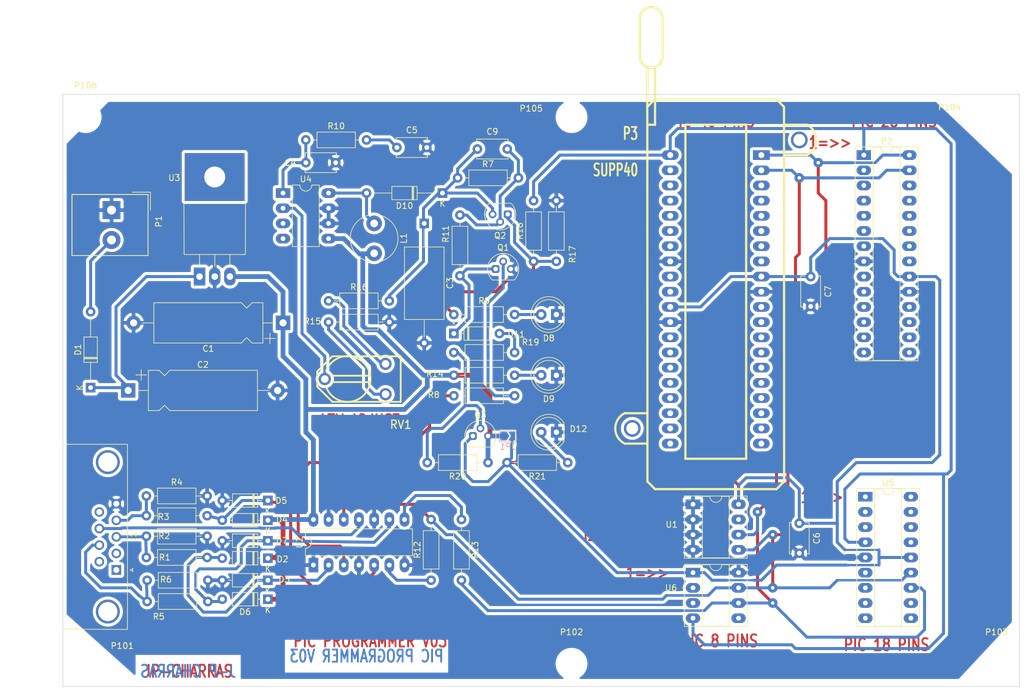
<source format=kicad_pcb>
(kicad_pcb (version 20211014) (generator pcbnew)
  (title_block (title "SERIAL PIC PROGRAMMER"))
  (layers (0 "F.Cu" signal "top_layer") (31 "B.Cu" signal "bottom_layer") (34 "B.Paste" user) (35 "F.Paste" user) (36 "B.SilkS" user "B.Silkscreen") (37 "F.SilkS" user "F.Silkscreen") (38 "B.Mask" user) (39 "F.Mask" user) (44 "Edge.Cuts" user))
  (net 0 "")
  (net 1 "/PC-CLOCK-OUT")
  (net 2 "GND")
  (net 3 "Net-(C2-Pad1)")
  (net 4 "Net-(C4-Pad1)")
  (net 5 "Net-(C5-Pad1)")
  (net 6 "Net-(C9-Pad2)")
  (net 7 "Net-(D11-Pad1)")
  (net 8 "Net-(D11-Pad2)")
  (net 9 "Net-(Q1-Pad2)")
  (net 10 "Net-(Q3-Pad2)")
  (net 11 "Net-(R12-Pad1)")
  (net 12 "Net-(R13-Pad1)")
  (net 13 "Net-(R15-Pad1)")
  (net 14 "Net-(R16-Pad1)")
  (net 15 "Net-(R8-Pad1)")
  (net 16 "Net-(RV1-Pad2)")
  (net 17 "VCC")
  (net 18 "VPP")
  (net 19 "Net-(D1-Pad2)")
  (net 20 "Net-(D4-Pad2)")
  (net 21 "Net-(D8-Pad2)")
  (net 22 "Net-(D9-Pad2)")
  (net 23 "Net-(D12-Pad2)")
  (net 24 "/pic_sockets/VCC_PIC")
  (net 25 "/CLOCK-RB6")
  (net 26 "/DATA-RB7")
  (net 27 "Net-(D2-Pad2)")
  (net 28 "Net-(D6-Pad2)")
  (net 29 "Net-(D10-Pad2)")
  (net 31 "/PC-DATA-IN")
  (net 32 "/PC-DATA-OUT")
  (net 33 "/VPP_ON")
  (net 34 "Net-(Q2-Pad1)")
  (net 38 "/VPP{slash}MCLR")
  (footprint "Capacitor_THT:CP_Axial_L18.0mm_D6.5mm_P25.00mm_Horizontal" (layer "F.Cu") (at 110.49 78.867 180)
    (fp_text reference "C1")
    (fp_text value "100µF")
  )
  (footprint "Capacitor_THT:CP_Axial_L18.0mm_D6.5mm_P25.00mm_Horizontal" (layer "F.Cu") (at 84.582 90.17)
    (fp_text reference "C2")
    (fp_text value "220uF")
  )
  (footprint "MountingHole:MountingHole_4.3mm_M4" (layer "F.Cu") (at 77.47 135.89)
    (fp_text reference "P101")
    (fp_text value "CONN_1")
  )
  (footprint "MountingHole:MountingHole_4.3mm_M4" (layer "F.Cu") (at 158.75 135.89)
    (fp_text reference "P102")
    (fp_text value "CONN_1")
  )
  (footprint "MountingHole:MountingHole_4.3mm_M4" (layer "F.Cu") (at 229.87 135.89)
    (fp_text reference "P103")
    (fp_text value "CONN_1")
  )
  (footprint "MountingHole:MountingHole_4.3mm_M4" (layer "F.Cu") (at 229.87 44.45)
    (fp_text reference "P104")
    (fp_text value "CONN_1")
  )
  (footprint "MountingHole:MountingHole_4.3mm_M4" (layer "F.Cu") (at 158.75 44.45)
    (fp_text reference "P105")
    (fp_text value "CONN_1")
  )
  (footprint "MountingHole:MountingHole_4.3mm_M4" (layer "F.Cu") (at 77.47 44.45)
    (fp_text reference "P106")
    (fp_text value "CONN_1")
  )
  (footprint "footprints:40tex-Ell600" (layer "F.Cu") (at 175.26 50.8)
    (fp_text reference "P3")
    (fp_text value "SUPP40")
  )
  (footprint "Package_DIP:DIP-8_W7.62mm_Socket_LongPads" (layer "F.Cu") (at 179.07 120.65)
    (fp_text reference "U6")
    (fp_text value "PIC_8_PINS")
  )
  (footprint "Package_DIP:DIP-8_W7.62mm_Socket_LongPads" (layer "F.Cu") (at 179.07 109.22)
    (fp_text reference "U1")
    (fp_text value "24Cxx")
  )
  (footprint "Package_DIP:DIP-8_W7.62mm_LongPads" (layer "F.Cu") (at 110.49 57.15)
    (fp_text reference "U4")
    (fp_text value "LT1373")
  )
  (footprint "Package_DIP:DIP-28_W7.62mm_Socket_LongPads" (layer "F.Cu") (at 207.645 50.8)
    (fp_text reference "P2")
    (fp_text value "SUPP28")
  )
  (footprint "Package_DIP:DIP-18_W7.62mm_Socket_LongPads" (layer "F.Cu") (at 207.899 107.95)
    (fp_text reference "U5")
    (fp_text value "PIC_18_PINS")
  )
  (footprint "Package_DIP:DIP-14_W7.62mm_LongPads" (layer "F.Cu") (at 115.57 119.38 90)
    (fp_text reference "U2")
    (fp_text value "74HC125")
  )
  (footprint "Diode_THT:D_DO-35_SOD27_P7.62mm_Horizontal" (layer "F.Cu") (at 107.95 118.237 180)
    (fp_text reference "D2")
    (fp_text value "BAT43")
  )
  (footprint "Diode_THT:D_DO-35_SOD27_P7.62mm_Horizontal" (layer "F.Cu") (at 107.95 121.92 180)
    (fp_text reference "D3")
    (fp_text value "BAT43")
  )
  (footprint "Diode_THT:D_DO-35_SOD27_P7.62mm_Horizontal" (layer "F.Cu") (at 107.95 111.887 180)
    (fp_text reference "D4")
    (fp_text value "BAT43")
  )
  (footprint "Diode_THT:D_DO-35_SOD27_P7.62mm_Horizontal" (layer "F.Cu") (at 107.95 108.585 180)
    (fp_text reference "D5")
    (fp_text value "BAT43")
  )
  (footprint "Diode_THT:D_DO-35_SOD27_P7.62mm_Horizontal" (layer "F.Cu") (at 139.065 80.645)
    (fp_text reference "D11")
    (fp_text value "BAT43")
  )
  (footprint "Diode_THT:D_DO-35_SOD27_P7.62mm_Horizontal" (layer "F.Cu") (at 107.95 115.316 180)
    (fp_text reference "D7")
    (fp_text value "BAT43")
  )
  (footprint "Diode_THT:D_DO-35_SOD27_P7.62mm_Horizontal" (layer "F.Cu") (at 107.95 125.095 180)
    (fp_text reference "D6")
    (fp_text value "BAT43")
  )
  (footprint "Connector_Dsub:DSUB-9_Female_Horizontal_P2.77x2.84mm_EdgePinOffset7.70mm_Housed_MountingHolesOffset9.12mm" (layer "F.Cu") (at 82.6 120.2 -90)
    (fp_text reference "J1")
    (fp_text value "DB9-FEMAL")
  )
  (footprint "Package_TO_SOT_THT:TO-92" (layer "F.Cu") (at 142.24 97.79)
    (fp_text reference "Q3")
    (fp_text value "BC307")
  )
  (footprint "Package_TO_SOT_THT:TO-92" (layer "F.Cu") (at 148.082 60.706 180)
    (fp_text reference "Q2")
    (fp_text value "BC307")
  )
  (footprint "Package_TO_SOT_THT:TO-92" (layer "F.Cu") (at 146.05 69.85)
    (fp_text reference "Q1")
    (fp_text value "BC237")
  )
  (footprint "Resistor_THT:R_Axial_DIN0207_L6.3mm_D2.5mm_P10.16mm_Horizontal" (layer "F.Cu") (at 152.4 68.58 90)
    (fp_text reference "R18")
    (fp_text value "220")
  )
  (footprint "Resistor_THT:R_Axial_DIN0207_L6.3mm_D2.5mm_P10.16mm_Horizontal" (layer "F.Cu") (at 114.3 48.26)
    (fp_text reference "R10")
    (fp_text value "5,1K")
  )
  (footprint "Resistor_THT:R_Axial_DIN0207_L6.3mm_D2.5mm_P10.16mm_Horizontal" (layer "F.Cu") (at 139.065 77.47)
    (fp_text reference "R9")
    (fp_text value "2.2K")
  )
  (footprint "Resistor_THT:R_Axial_DIN0207_L6.3mm_D2.5mm_P10.16mm_Horizontal" (layer "F.Cu") (at 87.63 118.11)
    (fp_text reference "R1")
    (fp_text value "10K")
  )
  (footprint "Resistor_THT:R_Axial_DIN0207_L6.3mm_D2.5mm_P10.16mm_Horizontal" (layer "F.Cu") (at 87.63 114.554)
    (fp_text reference "R2")
    (fp_text value "10K")
  )
  (footprint "Resistor_THT:R_Axial_DIN0207_L6.3mm_D2.5mm_P10.16mm_Horizontal" (layer "F.Cu") (at 87.63 111.125)
    (fp_text reference "R3")
    (fp_text value "10K")
  )
  (footprint "Resistor_THT:R_Axial_DIN0207_L6.3mm_D2.5mm_P10.16mm_Horizontal" (layer "F.Cu") (at 87.63 107.823)
    (fp_text reference "R4")
    (fp_text value "10K")
  )
  (footprint "Resistor_THT:R_Axial_DIN0207_L6.3mm_D2.5mm_P10.16mm_Horizontal" (layer "F.Cu") (at 87.757 125.476)
    (fp_text reference "R5")
    (fp_text value "10K")
  )
  (footprint "Resistor_THT:R_Axial_DIN0207_L6.3mm_D2.5mm_P10.16mm_Horizontal" (layer "F.Cu") (at 139.7 54.61)
    (fp_text reference "R7")
    (fp_text value "10K")
  )
  (footprint "Resistor_THT:R_Axial_DIN0207_L6.3mm_D2.5mm_P10.16mm_Horizontal" (layer "F.Cu") (at 87.757 121.92)
    (fp_text reference "R6")
    (fp_text value "10K")
  )
  (footprint "Resistor_THT:R_Axial_DIN0207_L6.3mm_D2.5mm_P10.16mm_Horizontal" (layer "F.Cu") (at 158.115 102.235 180)
    (fp_text reference "R21")
    (fp_text value "470")
  )
  (footprint "Resistor_THT:R_Axial_DIN0207_L6.3mm_D2.5mm_P10.16mm_Horizontal" (layer "F.Cu") (at 144.78 102.235 180)
    (fp_text reference "R20")
    (fp_text value "2.2K")
  )
  (footprint "Resistor_THT:R_Axial_DIN0207_L6.3mm_D2.5mm_P10.16mm_Horizontal" (layer "F.Cu") (at 149.225 83.82 180)
    (fp_text reference "R19")
    (fp_text value "2.2K")
  )
  (footprint "Resistor_THT:R_Axial_DIN0207_L6.3mm_D2.5mm_P10.16mm_Horizontal" (layer "F.Cu") (at 156.21 68.58 90)
    (fp_text reference "R17")
    (fp_text value "22K")
  )
  (footprint "Resistor_THT:R_Axial_DIN0207_L6.3mm_D2.5mm_P10.16mm_Horizontal" (layer "F.Cu") (at 118.11 75.184)
    (fp_text reference "R16")
    (fp_text value "62K")
  )
  (footprint "Resistor_THT:R_Axial_DIN0207_L6.3mm_D2.5mm_P10.16mm_Horizontal" (layer "F.Cu") (at 118.11 78.74)
    (fp_text reference "R15")
    (fp_text value "6.2K")
  )
  (footprint "Resistor_THT:R_Axial_DIN0207_L6.3mm_D2.5mm_P10.16mm_Horizontal" (layer "F.Cu") (at 139.065 87.63)
    (fp_text reference "R14")
    (fp_text value "470")
  )
  (footprint "Resistor_THT:R_Axial_DIN0207_L6.3mm_D2.5mm_P10.16mm_Horizontal" (layer "F.Cu") (at 140.335 111.76 -90)
    (fp_text reference "R13")
    (fp_text value "470")
  )
  (footprint "Resistor_THT:R_Axial_DIN0207_L6.3mm_D2.5mm_P10.16mm_Horizontal" (layer "F.Cu") (at 139.065 91.059)
    (fp_text reference "R8")
    (fp_text value "1K")
  )
  (footprint "Resistor_THT:R_Axial_DIN0207_L6.3mm_D2.5mm_P10.16mm_Horizontal" (layer "F.Cu") (at 135.255 121.92 90)
    (fp_text reference "R12")
    (fp_text value "470")
  )
  (footprint "LED_THT:LED_D5.0mm" (layer "F.Cu") (at 156.21 77.47 180)
    (fp_text reference "D8")
    (fp_text value "RED-LED")
  )
  (footprint "LED_THT:LED_D5.0mm" (layer "F.Cu") (at 156.21 87.63 180)
    (fp_text reference "D9")
    (fp_text value "GREEN-LED")
  )
  (footprint "LED_THT:LED_D5.0mm" (layer "F.Cu") (at 156.21 97.155 180)
    (fp_text reference "D12")
    (fp_text value "YELLOW-LED")
  )
  (footprint "Capacitor_THT:C_Disc_D5.1mm_W3.2mm_P5.00mm" (layer "F.Cu") (at 114.3 52.07)
    (fp_text reference "C4")
    (fp_text value "0")
  )
  (footprint "Capacitor_THT:C_Disc_D5.1mm_W3.2mm_P5.00mm" (layer "F.Cu") (at 129.54 49.53)
    (fp_text reference "C5")
    (fp_text value "10nF")
  )
  (footprint "Capacitor_THT:C_Disc_D5.1mm_W3.2mm_P5.00mm" (layer "F.Cu") (at 198.755 71.12 -90)
    (fp_text reference "C7")
    (fp_text value "100nF")
  )
  (footprint "Capacitor_THT:C_Disc_D5.1mm_W3.2mm_P5.00mm" (layer "F.Cu") (at 143.002 49.784)
    (fp_text reference "C9")
    (fp_text value "220nF")
  )
  (footprint "Capacitor_THT:C_Disc_D5.1mm_W3.2mm_P5.00mm" (layer "F.Cu") (at 196.85 112.395 -90)
    (fp_text reference "C6")
    (fp_text value "100nF")
  )
  (footprint "Diode_THT:D_DO-35_SOD27_P12.70mm_Horizontal" (layer "F.Cu") (at 137.16 57.15 180)
    (fp_text reference "D10")
    (fp_text value "SCHOTTKY")
  )
  (footprint "footprints:RV2X4" (layer "F.Cu") (at 127.635 90.805 180)
    (fp_text reference "RV1")
    (fp_text value "1K")
  )
  (footprint "TerminalBlock_Altech:Altech_AK300_1x02_P5.00mm_45-Degree" (layer "F.Cu") (at 81.8 60 -90)
    (fp_text reference "P1")
    (fp_text value "CONN_2")
  )
  (footprint "Package_TO_SOT_THT:TO-220-3_Horizontal_TabDown" (layer "F.Cu") (at 96.52 71.12)
    (fp_text reference "U3")
    (fp_text value "7805")
  )
  (footprint "Resistor_THT:R_Axial_DIN0207_L6.3mm_D2.5mm_P10.16mm_Horizontal" (layer "F.Cu") (at 140.081 70.993 90)
    (fp_text reference "R11")
    (fp_text value "22K")
  )
  (footprint "Capacitors_THT:C_Axial_L12.0mm_D6.5mm_P20.00mm_Horizontal" (layer "F.Cu") (at 134.112 62.23 -90)
    (fp_text reference "C3")
    (fp_text value "22uF/25V")
  )
  (footprint "Inductor_THT:L_Radial_D7.8mm_P5.00mm_Fastron_07HCP" (layer "F.Cu") (at 125.73 62.23 -90)
    (fp_text reference "L1")
    (fp_text value "22uH")
  )
  (footprint "Diode_THT:D_DO-35_SOD27_P12.70mm_Horizontal" (layer "F.Cu") (at 78.3 89.7 90)
    (fp_text reference "D1")
    (fp_text value "1N4004")
  )
  (footprint "Jumper:SolderJumper-2_P1.3mm_Open_TrianglePad1.0x1.5mm" (layer "B.Cu") (at 148.082 97.79)
    (fp_text reference "JP1")
    (fp_text value "JUMPER")
  )
  (gr_line (start 73.66 139.7) (end 73.66 40.64) (layer "Edge.Cuts") (width 0.1))
  (gr_line (start 173.99 40.64) (end 233.68 40.64) (layer "Edge.Cuts") (width 0.1))
  (gr_line (start 73.66 40.64) (end 173.99 40.64) (layer "Edge.Cuts") (width 0.1))
  (gr_line (start 233.68 139.7) (end 73.66 139.7) (layer "Edge.Cuts") (width 0.1))
  (gr_line (start 233.68 40.64) (end 233.68 139.7) (layer "Edge.Cuts") (width 0.1))
  (gr_text "+8/12V" (at 81.5 55.5) (layer "F.Cu") (effects (font (size 2.032 1.524) (thickness 0.3048))))
  (gr_text "VCC ON" (at 162.9 99.1) (layer "F.Cu") (effects (font (size 2.032 1.524) (thickness 0.3048))))
  (gr_text "JP-CHARRAS" (at 94.615 137.16) (layer "F.Cu") (effects (font (size 2.032 1.524) (thickness 0.3048))))
  (gr_text "1=>>" (at 167.64 48.895) (layer "F.Cu") (effects (font (size 2.032 1.524) (thickness 0.3048))))
  (gr_text "PWR ON" (at 163.83 88.9) (layer "F.Cu") (effects (font (size 2.032 1.524) (thickness 0.3048))))
  (gr_text "PIC PROGRAMMER V03" (at 125.095 132.08) (layer "F.Cu") (effects (font (size 2.032 1.524) (thickness 0.3048))))
  (gr_text "1=>>" (at 200.66 107.95) (layer "F.Cu") (effects (font (size 2.032 1.524) (thickness 0.3048))))
  (gr_text "PIC 18 PINS" (at 211.455 132.715) (layer "F.Cu") (effects (font (size 2.032 1.524) (thickness 0.3048))))
  (gr_text "I2C PROM" (at 166.37 114.3) (layer "F.Cu") (effects (font (size 2.032 1.524) (thickness 0.3048))))
  (gr_text "VPP ON" (at 163.195 80.645) (layer "F.Cu") (effects (font (size 2.032 1.524) (thickness 0.3048))))
  (gr_text "1=>>" (at 171.45 109.22) (layer "F.Cu") (effects (font (size 2.032 1.524) (thickness 0.3048))))
  (gr_text "13V ADJUST" (at 123.19 95.25) (layer "F.Cu") (effects (font (size 2.032 1.524) (thickness 0.3048))))
  (gr_text "PIC 8 PINS" (at 183.515 132.08) (layer "F.Cu") (effects (font (size 2.032 1.524) (thickness 0.3048))))
  (gr_text "PIC 28 PINS" (at 212.725 45.085) (layer "F.Cu") (effects (font (size 2.032 1.524) (thickness 0.3048))))
  (gr_text "1=>>" (at 171.45 120.65) (layer "F.Cu") (effects (font (size 2.032 1.524) (thickness 0.3048))))
  (gr_text "PIC 40 PINS" (at 182.245 45.085) (layer "F.Cu") (effects (font (size 2.032 1.524) (thickness 0.3048))))
  (gr_text "1=>>" (at 202 48.7) (layer "F.Cu") (effects (font (size 2.032 1.524) (thickness 0.3048))))
  (gr_text "J-P CHARRAS" (at 94.615 137.16) (layer "B.Cu") (effects (font (size 2.032 1.524) (thickness 0.3048)) (justify mirror)))
  (gr_text "PIC PROGRAMMER V03" (at 124.46 134.62) (layer "B.Cu") (effects (font (size 2.032 1.524) (thickness 0.3048)) (justify mirror)))
  (segment (start 85.09 123.19) (end 86.36 124.46) (width 0.5) (layer "B.Cu") (net 1))
  (segment (start 77.47 117.475) (end 77.47 120.65) (width 0.5) (layer "B.Cu") (net 1))
  (segment (start 78.62863 116.045) (end 77.47 117.20363) (width 0.5) (layer "B.Cu") (net 1))
  (segment (start 86.36 124.46) (end 87.757 125.476) (width 0.5) (layer "B.Cu") (net 1))
  (segment (start 80.01 123.19) (end 85.09 123.19) (width 0.5) (layer "B.Cu") (net 1))
  (segment (start 87.757 125.476) (end 87.63 121.92) (width 0.5) (layer "B.Cu") (net 1))
  (segment (start 79.76 116.045) (end 78.62863 116.045) (width 0.5) (layer "B.Cu") (net 1))
  (segment (start 77.47 120.65) (end 80.01 123.19) (width 0.5) (layer "B.Cu") (net 1))
  (segment (start 77.47 117.20363) (end 77.47 117.475) (width 0.5) (layer "B.Cu") (net 1))
  (segment (start 82.55 76.2) (end 87.63 71.12) (width 0.5) (layer "B.Cu") (net 3))
  (segment (start 84.112 89.7) (end 84.582 90.17) (width 0.5) (layer "B.Cu") (net 3))
  (segment (start 84.455 89.535) (end 82.55 87.63) (width 0.5) (layer "B.Cu") (net 3))
  (segment (start 78.3 89.7) (end 84.112 89.7) (width 0.5) (layer "B.Cu") (net 3))
  (segment (start 87.63 71.12) (end 96.52 71.12) (width 0.5) (layer "B.Cu") (net 3))
  (segment (start 82.55 87.63) (end 82.55 76.2) (width 0.5) (layer "B.Cu") (net 3))
  (segment (start 84.455 90.17) (end 84.455 89.535) (width 0.5) (layer "B.Cu") (net 3))
  (segment (start 114.3 48.26) (end 114.3 52.07) (width 0.5) (layer "B.Cu") (net 4))
  (segment (start 110.49 57.15) (end 110.49 53.34) (width 0.5) (layer "B.Cu") (net 4))
  (segment (start 110.49 53.34) (end 111.76 52.07) (width 0.5) (layer "B.Cu") (net 4))
  (segment (start 111.76 52.07) (end 114.3 52.07) (width 0.5) (layer "B.Cu") (net 4))
  (segment (start 124.46 48.26) (end 128.27 48.26) (width 0.5) (layer "B.Cu") (net 5))
  (segment (start 128.27 48.26) (end 129.54 49.53) (width 0.5) (layer "B.Cu") (net 5))
  (segment (start 149.86 51.642) (end 149.86 54.61) (width 0.5) (layer "B.Cu") (net 6))
  (segment (start 141.21237 60.833) (end 142.855369 62.475999) (width 0.5) (layer "B.Cu") (net 6))
  (segment (start 146.312001 62.475999) (end 146.812 61.976) (width 0.5) (layer "B.Cu") (net 6))
  (segment (start 146.812 57.658) (end 149.86 54.61) (width 0.5) (layer "B.Cu") (net 6))
  (segment (start 148.002 49.784) (end 149.86 51.642) (width 0.5) (layer "B.Cu") (net 6))
  (segment (start 146.812 61.976) (end 146.812 57.658) (width 0.5) (layer "B.Cu") (net 6))
  (segment (start 140.081 60.833) (end 141.21237 60.833) (width 0.5) (layer "B.Cu") (net 6))
  (segment (start 142.855369 62.475999) (end 146.312001 62.475999) (width 0.5) (layer "B.Cu") (net 6))
  (segment (start 141.605 72.517) (end 140.081 70.993) (width 0.5) (layer "B.Cu") (net 7))
  (segment (start 141.605 78.105) (end 141.605 72.517) (width 0.5) (layer "B.Cu") (net 7))
  (segment (start 141.224 69.85) (end 146.05 69.85) (width 0.5) (layer "B.Cu") (net 7))
  (segment (start 140.081 70.993) (end 141.224 69.85) (width 0.5) (layer "B.Cu") (net 7))
  (segment (start 139.065 80.645) (end 141.605 78.105) (width 0.5) (layer "B.Cu") (net 7))
  (segment (start 146.685 80.645) (end 148.59 80.645) (width 0.5) (layer "B.Cu") (net 8))
  (segment (start 148.59 80.645) (end 149.225 81.28) (width 0.5) (layer "B.Cu") (net 8))
  (segment (start 149.225 81.28) (end 149.225 83.82) (width 0.5) (layer "B.Cu") (net 8))
  (segment (start 145.923 91.059) (end 144.78 89.916) (width 0.5) (layer "B.Cu") (net 9))
  (segment (start 147.32 71.12) (end 147.32 68.58) (width 0.5) (layer "B.Cu") (net 9))
  (segment (start 147.32 73.025) (end 147.32 71.12) (width 0.5) (layer "B.Cu") (net 9))
  (segment (start 144.78 89.916) (end 144.78 75.565) (width 0.5) (layer "B.Cu") (net 9))
  (segment (start 144.78 75.565) (end 147.32 73.025) (width 0.5) (layer "B.Cu") (net 9))
  (segment (start 149.225 91.059) (end 145.923 91.059) (width 0.5) (layer "B.Cu") (net 9))
  (segment (start 135.255 96.52) (end 137.16 96.52) (width 0.5) (layer "B.Cu") (net 10))
  (segment (start 135.255 96.52) (end 134.62 97.155) (width 0.5) (layer "B.Cu") (net 10))
  (segment (start 143.51 93.345) (end 143.51 96.52) (width 0.5) (layer "B.Cu") (net 10))
  (segment (start 142.875 92.71) (end 143.51 93.345) (width 0.5) (layer "B.Cu") (net 10))
  (segment (start 134.62 97.155) (end 134.62 102.235) (width 0.5) (layer "B.Cu") (net 10))
  (segment (start 140.97 85.09) (end 139.7 83.82) (width 0.5) (layer "B.Cu") (net 10))
  (segment (start 140.97 85.09) (end 140.97 92.71) (width 0.5) (layer "B.Cu") (net 10))
  (segment (start 137.16 96.52) (end 140.97 92.71) (width 0.5) (layer "B.Cu") (net 10))
  (segment (start 139.7 83.82) (end 139.065 83.82) (width 0.5) (layer "B.Cu") (net 10))
  (segment (start 140.97 92.71) (end 142.875 92.71) (width 0.5) (layer "B.Cu") (net 10))
  (segment (start 128.27 119.38) (end 128.27 120.65) (width 0.5) (layer "B.Cu") (net 11))
  (segment (start 128.27 120.65) (end 129.54 121.92) (width 0.5) (layer "B.Cu") (net 11))
  (segment (start 129.54 121.92) (end 135.255 121.92) (width 0.5) (layer "B.Cu") (net 11))
  (segment (start 130.81 109.6264) (end 132.6896 107.7468) (width 0.5) (layer "B.Cu") (net 12))
  (segment (start 132.6896 107.7468) (end 138.4046 107.7468) (width 0.5) (layer "B.Cu") (net 12))
  (segment (start 138.4046 107.7468) (end 140.335 109.6772) (width 0.5) (layer "B.Cu") (net 12))
  (segment (start 140.335 109.6772) (end 140.335 111.76) (width 0.5) (layer "B.Cu") (net 12))
  (segment (start 130.81 111.76) (end 130.81 109.6264) (width 0.5) (layer "B.Cu") (net 12))
  (segment (start 118.11 80.01) (end 124.46 86.36) (width 0.5) (layer "B.Cu") (net 13))
  (segment (start 124.46 86.36) (end 124.46 89.535) (width 0.5) (layer "B.Cu") (net 13))
  (segment (start 125.73 90.805) (end 127.635 90.805) (width 0.5) (layer "B.Cu") (net 13))
  (segment (start 118.11 78.74) (end 118.11 80.01) (width 0.5) (layer "B.Cu") (net 13))
  (segment (start 124.46 89.535) (end 125.73 90.805) (width 0.5) (layer "B.Cu") (net 13))
  (segment (start 119.634 75.184) (end 120.65 76.2) (width 0.5) (layer "B.Cu") (net 14))
  (segment (start 120.65 79.375) (end 127 85.725) (width 0.5) (layer "B.Cu") (net 14))
  (segment (start 127 85.725) (end 127.635 85.725) (width 0.5) (layer "B.Cu") (net 14))
  (segment (start 118.11 75.184) (end 119.634 75.184) (width 0.5) (layer "B.Cu") (net 14))
  (segment (start 120.65 76.2) (end 120.65 79.375) (width 0.5) (layer "B.Cu") (net 14))
  (segment (start 135.001 96.266) (end 135.001 92.456) (width 0.5) (layer "F.Cu") (net 15))
  (segment (start 120.015 116.205) (end 114.935 116.205) (width 0.5) (layer "F.Cu") (net 15))
  (segment (start 114.935 102.235) (end 129.032 102.235) (width 0.5) (layer "F.Cu") (net 15))
  (segment (start 129.032 102.235) (end 135.001 96.266) (width 0.5) (layer "F.Cu") (net 15))
  (segment (start 136.398 91.059) (end 139.065 91.059) (width 0.5) (layer "F.Cu") (net 15))
  (segment (start 135.001 92.456) (end 136.398 91.059) (width 0.5) (layer "F.Cu") (net 15))
  (segment (start 113.03 104.14) (end 114.935 102.235) (width 0.5) (layer "F.Cu") (net 15))
  (segment (start 113.03 114.3) (end 113.03 104.14) (width 0.5) (layer "F.Cu") (net 15))
  (segment (start 120.65 116.84) (end 120.015 116.205) (width 0.5) (layer "F.Cu") (net 15))
  (segment (start 114.935 116.205) (end 113.03 114.3) (width 0.5) (layer "F.Cu") (net 15))
  (segment (start 120.65 119.38) (end 120.65 116.84) (width 0.5) (layer "F.Cu") (net 15))
  (segment (start 112.395 59.69) (end 113.665 60.96) (width 0.5) (layer "B.Cu") (net 16))
  (segment (start 110.49 59.69) (end 112.395 59.69) (width 0.5) (layer "B.Cu") (net 16))
  (segment (start 113.665 60.96) (end 113.665 80.645) (width 0.5) (layer "B.Cu") (net 16))
  (segment (start 117.475 84.455) (end 117.475 88.265) (width 0.5) (layer "B.Cu") (net 16))
  (segment (start 113.665 80.645) (end 117.475 84.455) (width 0.5) (layer "B.Cu") (net 16))
  (segment (start 110.49 124.155) (end 110.49 119.38) (width 0.8) (layer "F.Cu") (net 17))
  (segment (start 145.1 97.47) (end 144.78 97.79) (width 0.8) (layer "F.Cu") (net 17))
  (segment (start 141.986 87.63) (end 145.1 90.744) (width 0.8) (layer "F.Cu") (net 17))
  (segment (start 109.55 125.095) (end 110.49 124.155) (width 0.8) (layer "F.Cu") (net 17))
  (segment (start 145.1 90.744) (end 145.1 97.47) (width 0.8) (layer "F.Cu") (net 17))
  (segment (start 110.49 119.38) (end 109.22 118.11) (width 0.8) (layer "F.Cu") (net 17))
  (segment (start 107.95 125.095) (end 109.55 125.095) (width 0.8) (layer "F.Cu") (net 17))
  (segment (start 109.22 118.11) (end 107.95 118.11) (width 0.8) (layer "F.Cu") (net 17))
  (segment (start 109.855 111.76) (end 110.49 112.395) (width 0.8) (layer "F.Cu") (net 17))
  (segment (start 110.49 112.395) (end 110.49 116.84) (width 0.8) (layer "F.Cu") (net 17))
  (segment (start 107.95 111.76) (end 109.855 111.76) (width 0.8) (layer "F.Cu") (net 17))
  (segment (start 139.065 87.63) (end 141.986 87.63) (width 0.8) (layer "F.Cu") (net 17))
  (segment (start 110.49 116.84) (end 109.22 118.11) (width 0.8) (layer "F.Cu") (net 17))
  (segment (start 144.78 97.79) (end 144.78 97.917) (width 0.8) (layer "B.Cu") (net 17))
  (segment (start 124.46 80.01) (end 123.825 79.375) (width 0.8) (layer "B.Cu") (net 17))
  (segment (start 134.62 87.63) (end 133.985 87.63) (width 0.8) (layer "B.Cu") (net 17))
  (segment (start 107.95 111.76) (end 115.57 111.76) (width 0.8) (layer "B.Cu") (net 17))
  (segment (start 114.3 88.265) (end 114.3 93.345) (width 0.8) (layer "B.Cu") (net 17))
  (segment (start 110.49 78.74) (end 110.49 73.66) (width 0.8) (layer "B.Cu") (net 17))
  (segment (start 110.49 73.66) (end 107.95 71.12) (width 0.8) (layer "B.Cu") (net 17))
  (segment (start 123.825 67.31) (end 123.19 67.31) (width 0.8) (layer "B.Cu") (net 17))
  (segment (start 130.81 93.345) (end 134.62 89.535) (width 0.8) (layer "B.Cu") (net 17))
  (segment (start 147.447 97.79) (end 144.78 97.79) (width 0.8) (layer "B.Cu") (net 17))
  (segment (start 114.3 93.345) (end 114.3 97.155) (width 0.8) (layer "B.Cu") (net 17))
  (segment (start 115.57 111.76) (end 115.57 104.775) (width 0.8) (layer "B.Cu") (net 17))
  (segment (start 123.825 79.375) (end 123.825 67.31) (width 0.8) (layer "B.Cu") (net 17))
  (segment (start 110.49 84.455) (end 114.3 88.265) (width 0.8) (layer "B.Cu") (net 17))
  (segment (start 125.73 67.31) (end 123.825 67.31) (width 0.8) (layer "B.Cu") (net 17))
  (segment (start 133.985 87.63) (end 126.365 80.01) (width 0.8) (layer "B.Cu") (net 17))
  (segment (start 118.11 64.77) (end 120.65 64.77) (width 0.8) (layer "B.Cu") (net 17))
  (segment (start 115.57 98.425) (end 115.57 104.775) (width 0.8) (layer "B.Cu") (net 17))
  (segment (start 126.365 80.01) (end 124.46 80.01) (width 0.8) (layer "B.Cu") (net 17))
  (segment (start 114.3 97.155) (end 115.57 98.425) (width 0.8) (layer "B.Cu") (net 17))
  (segment (start 114.3 93.345) (end 130.81 93.345) (width 0.8) (layer "B.Cu") (net 17))
  (segment (start 139.065 87.63) (end 134.62 87.63) (width 0.8) (layer "B.Cu") (net 17))
  (segment (start 110.49 78.74) (end 110.49 84.455) (width 0.8) (layer "B.Cu") (net 17))
  (segment (start 123.19 67.31) (end 120.65 64.77) (width 0.8) (layer "B.Cu") (net 17))
  (segment (start 134.62 89.535) (end 134.62 87.63) (width 0.8) (layer "B.Cu") (net 17))
  (segment (start 101.6 71.12) (end 107.95 71.12) (width 0.8) (layer "B.Cu") (net 17))
  (segment (start 144.78 102.235) (end 144.78 97.917) (width 0.8) (layer "B.Cu") (net 17))
  (segment (start 139.7 54.61) (end 139.7 53.086) (width 0.5) (layer "B.Cu") (net 18))
  (segment (start 145.542 59.706) (end 142.986 57.15) (width 0.5) (layer "B.Cu") (net 18))
  (segment (start 137.16 57.15) (end 142.748 57.15) (width 0.5) (layer "B.Cu") (net 18))
  (segment (start 136.525 57.15) (end 137.16 57.15) (width 0.5) (layer "B.Cu") (net 18))
  (segment (start 133.985 68.58) (end 128.27 74.295) (width 0.5) (layer "B.Cu") (net 18))
  (segment (start 142.986 57.15) (end 142.748 57.15) (width 0.5) (layer "B.Cu") (net 18))
  (segment (start 139.7 53.086) (end 143.002 49.784) (width 0.5) (layer "B.Cu") (net 18))
  (segment (start 136.525 57.15) (end 133.985 59.69) (width 0.5) (layer "B.Cu") (net 18))
  (segment (start 133.985 62.23) (end 133.985 68.58) (width 0.5) (layer "B.Cu") (net 18))
  (segment (start 137.16 57.15) (end 139.7 54.61) (width 0.5) (layer "B.Cu") (net 18))
  (segment (start 145.542 60.706) (end 145.542 59.706) (width 0.5) (layer "B.Cu") (net 18))
  (segment (start 133.985 62.23) (end 133.985 59.69) (width 0.5) (layer "B.Cu") (net 18))
  (segment (start 128.27 74.295) (end 128.27 75.184) (width 0.5) (layer "B.Cu") (net 18))
  (segment (start 78.3 68.5) (end 78.3 77) (width 0.5) (layer "B.Cu") (net 19))
  (segment (start 81.8 65) (end 78.3 68.5) (width 0.5) (layer "B.Cu") (net 19))
  (segment (start 111.76 119.38) (end 115.57 123.19) (width 0.5) (layer "F.Cu") (net 20))
  (segment (start 125.73 120.65) (end 125.73 119.38) (width 0.5) (layer "F.Cu") (net 20))
  (segment (start 111.76 109.855) (end 111.76 119.38) (width 0.5) (layer "F.Cu") (net 20))
  (segment (start 115.57 123.19) (end 123.19 123.19) (width 0.5) (layer "F.Cu") (net 20))
  (segment (start 107.95 108.712) (end 111.125 109.22) (width 0.5) (layer "F.Cu") (net 20))
  (segment (start 111.125 109.22) (end 111.76 109.855) (width 0.5) (layer "F.Cu") (net 20))
  (segment (start 123.19 123.19) (end 125.73 120.65) (width 0.5) (layer "F.Cu") (net 20))
  (segment (start 107.95 108.585) (end 103.632 108.585) (width 0.5) (layer "B.Cu") (net 20))
  (segment (start 100.33 111.76) (end 97.79 111.125) (width 0.5) (layer "B.Cu") (net 20))
  (segment (start 103.632 108.585) (end 100.33 111.887) (width 0.5) (layer "B.Cu") (net 20))
  (segment (start 153.67 77.47) (end 149.225 77.47) (width 0.5) (layer "B.Cu") (net 21))
  (segment (start 153.67 87.63) (end 149.225 87.63) (width 0.5) (layer "B.Cu") (net 22))
  (segment (start 153.67 97.155) (end 153.67 97.79) (width 0.5) (layer "B.Cu") (net 23))
  (segment (start 153.67 97.79) (end 158.115 102.235) (width 0.5) (layer "B.Cu") (net 23))
  (segment (start 154.305 104.775) (end 151.765 102.235) (width 0.5) (layer "F.Cu") (net 24))
  (segment (start 151.765 102.235) (end 147.955 102.235) (width 0.5) (layer "F.Cu") (net 24))
  (segment (start 185.42 104.775) (end 186.69 106.045) (width 0.5) (layer "F.Cu") (net 24))
  (segment (start 186.69 109.22) (end 186.69 106.045) (width 0.5) (layer "F.Cu") (net 24))
  (segment (start 170.18 104.775) (end 154.305 104.775) (width 0.5) (layer "F.Cu") (net 24))
  (segment (start 170.18 104.775) (end 185.42 104.775) (width 0.5) (layer "F.Cu") (net 24))
  (segment (start 184.7 121.92) (end 189.23 121.92) (width 0.35) (layer "B.Cu") (net 24))
  (segment (start 204.47 116.84) (end 210.185 116.84) (width 0.35) (layer "B.Cu") (net 24))
  (segment (start 148.717 101.473) (end 147.955 102.235) (width 0.5) (layer "B.Cu") (net 24))
  (segment (start 148.717 99.314) (end 148.717 101.473) (width 0.5) (layer "B.Cu") (net 24))
  (segment (start 206.375 102.235) (end 219.075 102.235) (width 0.5) (layer "B.Cu") (net 24))
  (segment (start 212.725 70.485) (end 213.36 71.12) (width 0.5) (layer "B.Cu") (net 24))
  (segment (start 148.807 99.224) (end 148.717 99.314) (width 0.5) (layer "B.Cu") (net 24))
  (segment (start 212.725 66.675) (end 212.725 70.485) (width 0.5) (layer "B.Cu") (net 24))
  (segment (start 204.724 119.38) (end 193.04 119.38) (width 0.5) (layer "B.Cu") (net 24))
  (segment (start 210.185 118.11) (end 210.185 116.84) (width 0.5) (layer "B.Cu") (net 24))
  (segment (start 220.345 71.755) (end 219.71 71.12) (width 0.5) (layer "B.Cu") (net 24))
  (segment (start 220.345 100.965) (end 220.345 71.755) (width 0.5) (layer "B.Cu") (net 24))
  (segment (start 204.73401 119.39001) (end 204.724 119.38) (width 0.5) (layer "B.Cu") (net 24))
  (segment (start 148.807 97.79) (end 148.807 99.224) (width 0.5) (layer "B.Cu") (net 24))
  (segment (start 179.07 120.65) (end 166.37 120.65) (width 0.5) (layer "B.Cu") (net 24))
  (segment (start 190.5 71.12) (end 198.755 71.12) (width 0.5) (layer "B.Cu") (net 24))
  (segment (start 186.69 106.045) (end 187.96 104.775) (width 0.5) (layer "B.Cu") (net 24))
  (segment (start 196.85 112.395) (end 196.85 106.68) (width 0.5) (layer "B.Cu") (net 24))
  (segment (start 166.37 120.65) (end 147.955 102.235) (width 0.5) (layer "B.Cu") (net 24))
  (segment (start 142.24 105.41) (end 144.78 105.41) (width 0.5) (layer "B.Cu") (net 24))
  (segment (start 193.04 119.38) (end 190.5 121.92) (width 0.5) (layer "B.Cu") (net 24))
  (segment (start 198.755 67.945) (end 201.93 64.77) (width 0.5) (layer "B.Cu") (net 24))
  (segment (start 182.245 121.92) (end 184.7 121.92) (width 0.5) (layer "B.Cu") (net 24))
  (segment (start 213.36 71.12) (end 215.265 71.12) (width 0.5) (layer "B.Cu") (net 24))
  (segment (start 196.85 106.68) (end 194.945 104.775) (width 0.5) (layer "B.Cu") (net 24))
  (segment (start 208.839207 119.38) (end 208.829197 119.39001) (width 0.4) (layer "B.Cu") (net 24))
  (segment (start 140.97 99.06) (end 142.24 97.79) (width 0.5) (layer "B.Cu") (net 24))
  (segment (start 140.97 99.06) (end 140.97 104.14) (width 0.5) (layer "B.Cu") (net 24))
  (segment (start 203.2 105.41) (end 206.375 102.235) (width 0.5) (layer "B.Cu") (net 24))
  (segment (start 203.2 105.41) (end 203.2 112.395) (width 0.5) (layer "B.Cu") (net 24))
  (segment (start 210.185 64.77) (end 210.82 64.77) (width 0.5) (layer "B.Cu") (net 24))
  (segment (start 180.34 76.2) (end 185.42 71.12) (width 0.5) (layer "B.Cu") (net 24))
  (segment (start 219.075 102.235) (end 220.345 100.965) (width 0.5) (layer "B.Cu") (net 24))
  (segment (start 208.829197 119.39001) (end 204.73401 119.39001) (width 0.4) (layer "B.Cu") (net 24))
  (segment (start 203.2 112.395) (end 203.2 115.57) (width 0.5) (layer "B.Cu") (net 24))
  (segment (start 187.96 104.775) (end 194.945 104.775) (width 0.5) (layer "B.Cu") (net 24))
  (segment (start 210.185 119.38) (end 210.185 118.11) (width 0.5) (layer "B.Cu") (net 24))
  (segment (start 140.97 104.14) (end 142.24 105.41) (width 0.5) (layer "B.Cu") (net 24))
  (segment (start 198.755 71.12) (end 198.755 67.945) (width 0.5) (layer "B.Cu") (net 24))
  (segment (start 175.26 76.2) (end 180.34 76.2) (width 0.5) (layer "B.Cu") (net 24))
  (segment (start 210.82 64.77) (end 212.725 66.675) (width 0.5) (layer "B.Cu") (net 24))
  (segment (start 210.185 118.11) (end 215.265 118.11) (width 0.5) (layer "B.Cu") (net 24))
  (segment (start 205.74 64.77) (end 210.185 64.77) (width 0.4) (layer "B.Cu") (net 24))
  (segment (start 190.5 121.92) (end 189.23 121.92) (width 0.5) (layer "B.Cu") (net 24))
  (segment (start 186.69 109.22) (end 186.69 106.045) (width 0.5) (layer "B.Cu") (net 24))
  (segment (start 196.85 112.395) (end 203.2 112.395) (width 0.5) (layer "B.Cu") (net 24))
  (segment (start 210.185 119.38) (end 208.839207 119.38) (width 0.4) (layer "B.Cu") (net 24))
  (segment (start 201.93 64.77) (end 205.74 64.77) (width 0.5) (layer "B.Cu") (net 24))
  (segment (start 144.78 105.41) (end 147.955 102.235) (width 0.5) (layer "B.Cu") (net 24))
  (segment (start 203.2 115.57) (end 204.47 116.84) (width 0.5) (layer "B.Cu") (net 24))
  (segment (start 185.42 71.12) (end 190.5 71.12) (width 0.5) (layer "B.Cu") (net 24))
  (segment (start 179.07 120.65) (end 180.975 120.65) (width 0.5) (layer "B.Cu") (net 24))
  (segment (start 180.975 120.65) (end 182.245 121.92) (width 0.5) (layer "B.Cu") (net 24))
  (segment (start 219.71 71.12) (end 215.265 71.12) (width 0.5) (layer "B.Cu") (net 24))
  (segment (start 189.865 123.19) (end 192.405 125.73) (width 0.5) (layer "F.Cu") (net 25))
  (segment (start 193.04 75.565) (end 196.215 72.39) (width 0.5) (layer "F.Cu") (net 25))
  (segment (start 196.85 67.31) (end 196.85 54.61) (width 0.5) (layer "F.Cu") (net 25))
  (segment (start 196.215 72.39) (end 196.215 67.945) (width 0.5) (layer "F.Cu") (net 25))
  (segment (start 193.04 107.315) (end 189.865 110.49) (width 0.5) (layer "F.Cu") (net 25))
  (segment (start 189.865 110.49) (end 189.865 123.19) (width 0.5) (layer "F.Cu") (net 25))
  (segment (start 196.215 67.945) (end 196.85 67.31) (width 0.5) (layer "F.Cu") (net 25))
  (segment (start 193.04 107.315) (end 193.04 75.565) (width 0.5) (layer "F.Cu") (net 25))
  (via (at 189.865 110.49) (size 1.6) (drill 0.6) (layers "F.Cu" "B.Cu") (net 25))
  (via (at 192.405 125.73) (size 1.6) (drill 0.6) (layers "F.Cu" "B.Cu") (net 25))
  (via (at 196.85 54.61) (size 1.6) (drill 0.6) (layers "F.Cu" "B.Cu") (net 25))
  (segment (start 182.245 125.73) (end 186.69 125.73) (width 0.5) (layer "B.Cu") (net 25))
  (segment (start 195.58 53.34) (end 196.85 54.61) (width 0.5) (layer "B.Cu") (net 25))
  (segment (start 190.5 53.34) (end 195.58 53.34) (width 0.5) (layer "B.Cu") (net 25))
  (segment (start 216.535 131.445) (end 217.805 130.175) (width 0.5) (layer "B.Cu") (net 25))
  (segment (start 211.455 53.34) (end 215.265 53.34) (width 0.5) (layer "B.Cu") (net 25))
  (segment (start 189.23 114.3) (end 186.69 114.3) (width 0.5) (layer "B.Cu") (net 25))
  (segment (start 182.245 125.73) (end 180.975 127) (width 0.5) (layer "B.Cu") (net 25))
  (segment (start 205.74 54.61) (end 208.915 54.61) (width 0.4318) (layer "B.Cu") (net 25))
  (segment (start 211.455 53.34) (end 210.185 54.61) (width 0.5) (layer "B.Cu") (net 25))
  (segment (start 140.335 122.555) (end 144.78 127) (width 0.5) (layer "B.Cu") (net 25))
  (segment (start 210.185 54.61) (end 208.915 54.61) (width 0.5) (layer "B.Cu") (net 25))
  (segment (start 217.805 123.825) (end 217.17 123.19) (width 0.5) (layer "B.Cu") (net 25))
  (segment (start 196.85 54.61) (end 205.74 54.61) (width 0.5) (layer "B.Cu") (net 25))
  (segment (start 140.335 121.92) (end 140.335 122.555) (width 0.5) (layer "B.Cu") (net 25))
  (segment (start 217.17 123.19) (end 215.265 123.19) (width 0.5) (layer "B.Cu") (net 25))
  (segment (start 144.78 127) (end 177.165 127) (width 0.5) (layer "B.Cu") (net 25))
  (segment (start 189.865 110.49) (end 189.865 113.665) (width 0.5) (layer "B.Cu") (net 25))
  (segment (start 217.805 130.175) (end 217.805 123.825) (width 0.5) (layer "B.Cu") (net 25))
  (segment (start 192.405 125.73) (end 198.12 131.445) (width 0.5) (layer "B.Cu") (net 25))
  (segment (start 198.12 131.445) (end 216.535 131.445) (width 0.5) (layer "B.Cu") (net 25))
  (segment (start 186.69 125.73) (end 192.405 125.73) (width 0.5) (layer "B.Cu") (net 25))
  (segment (start 189.865 113.665) (end 189.23 114.3) (width 0.5) (layer "B.Cu") (net 25))
  (segment (start 177.165 127) (end 180.975 127) (width 0.4318) (layer "B.Cu") (net 25))
  (segment (start 201.295 85.09) (end 194.945 91.44) (width 0.5) (layer "F.Cu") (net 26))
  (segment (start 194.945 91.44) (end 194.945 113.665) (width 0.5) (layer "F.Cu") (net 26))
  (segment (start 200.025 57.15) (end 200.025 52.07) (width 0.5) (layer "F.Cu") (net 26))
  (segment (start 201.295 58.42) (end 201.295 85.09) (width 0.5) (layer "F.Cu") (net 26))
  (segment (start 120.65 109.855) (end 121.285 109.22) (width 0.5) (layer "F.Cu") (net 26))
  (segment (start 192.405 114.3) (end 192.405 123.19) (width 0.5) (layer "F.Cu") (net 26))
  (segment (start 120.65 111.76) (end 120.65 109.855) (width 0.5) (layer "F.Cu") (net 26))
  (segment (start 194.945 113.665) (end 194.31 114.3) (width 0.5) (layer "F.Cu") (net 26))
  (segment (start 132.715 109.22) (end 135.255 111.76) (width 0.5) (layer "F.Cu") (net 26))
  (segment (start 194.31 114.3) (end 192.405 114.3) (width 0.5) (layer "F.Cu") (net 26))
  (segment (start 200.025 57.15) (end 201.295 58.42) (width 0.5) (layer "F.Cu") (net 26))
  (segment (start 121.285 109.22) (end 132.715 109.22) (width 0.5) (layer "F.Cu") (net 26))
  (via (at 200.025 52.07) (size 1.6) (drill 0.6) (layers "F.Cu" "B.Cu") (net 26))
  (via (at 192.405 123.19) (size 1.6) (drill 0.6) (layers "F.Cu" "B.Cu") (net 26))
  (via (at 192.405 114.3) (size 1.6) (drill 0.6) (layers "F.Cu" "B.Cu") (net 26))
  (segment (start 215.265 50.8) (end 210.82 50.8) (width 0.5) (layer "B.Cu") (net 26))
  (segment (start 209.55 52.07) (end 210.82 50.8) (width 0.5) (layer "B.Cu") (net 26))
  (segment (start 203.2 121.92) (end 213.995 121.92) (width 0.4) (layer "B.Cu") (net 26))
  (segment (start 201.93 123.19) (end 203.2 121.92) (width 0.5) (layer "B.Cu") (net 26))
  (segment (start 173.99 125.095) (end 174.625 124.46) (width 0.5) (layer "B.Cu") (net 26))
  (segment (start 181.61 124.46) (end 182.88 123.19) (width 0.5) (layer "B.Cu") (net 26))
  (segment (start 135.255 111.76) (end 137.795 114.3) (width 0.5) (layer "B.Cu") (net 26))
  (segment (start 205.74 52.07) (end 209.55 52.07) (width 0.4318) (layer "B.Cu") (net 26))
  (segment (start 200.025 52.07) (end 205.74 52.07) (width 0.5) (layer "B.Cu") (net 26))
  (segment (start 189.23 116.84) (end 186.69 116.84) (width 0.5) (layer "B.Cu") (net 26))
  (segment (start 182.88 123.19) (end 186.69 123.19) (width 0.5) (layer "B.Cu") (net 26))
  (segment (start 192.405 114.3) (end 191.77 114.3) (width 0.5) (layer "B.Cu") (net 26))
  (segment (start 186.69 123.19) (end 192.405 123.19) (width 0.5) (layer "B.Cu") (net 26))
  (segment (start 192.405 123.19) (end 201.93 123.19) (width 0.5) (layer "B.Cu") (net 26))
  (segment (start 198.755 50.8) (end 200.025 52.07) (width 0.5) (layer "B.Cu") (net 26))
  (segment (start 190.5 50.8) (end 198.755 50.8) (width 0.5) (layer "B.Cu") (net 26))
  (segment (start 139.065 114.3) (end 149.86 125.095) (width 0.5) (layer "B.Cu") (net 26))
  (segment (start 149.86 125.095) (end 173.99 125.095) (width 0.5) (layer "B.Cu") (net 26))
  (segment (start 174.625 124.46) (end 181.61 124.46) (width 0.4318) (layer "B.Cu") (net 26))
  (segment (start 213.995 121.92) (end 215.265 120.65) (width 0.5) (layer "B.Cu") (net 26))
  (segment (start 191.77 114.3) (end 189.23 116.84) (width 0.5) (layer "B.Cu") (net 26))
  (segment (start 137.795 114.3) (end 139.065 114.3) (width 0.5) (layer "B.Cu") (net 26))
  (segment (start 106.045 121.92) (end 107.95 121.92) (width 0.5) (layer "B.Cu") (net 27))
  (segment (start 95.885 118.11) (end 94.615 119.38) (width 0.5) (layer "B.Cu") (net 27))
  (segment (start 97.79 118.11) (end 95.885 118.11) (width 0.5) (layer "B.Cu") (net 27))
  (segment (start 107.95 121.92) (end 116.205 121.92) (width 0.5) (layer "B.Cu") (net 27))
  (segment (start 97.155 127.254) (end 100.965 127.254) (width 0.5) (layer "B.Cu") (net 27))
  (segment (start 118.11 120.015) (end 118.11 119.38) (width 0.5) (layer "B.Cu") (net 27))
  (segment (start 94.615 124.46) (end 97.155 127.254) (width 0.5) (layer "B.Cu") (net 27))
  (segment (start 94.615 119.38) (end 94.615 124.46) (width 0.5) (layer "B.Cu") (net 27))
  (segment (start 116.205 121.92) (end 118.11 120.015) (width 0.5) (layer "B.Cu") (net 27))
  (segment (start 100.33 118.11) (end 97.79 118.11) (width 0.5) (layer "B.Cu") (net 27))
  (segment (start 100.965 127.254) (end 106.045 121.92) (width 0.5) (layer "B.Cu") (net 27))
  (segment (start 99.949 125.476) (end 100.33 125.095) (width 0.5) (layer "B.Cu") (net 28))
  (segment (start 95.885 123.444) (end 97.917 125.476) (width 0.5) (layer "B.Cu") (net 28))
  (segment (start 102.616 120.015) (end 103.505 119.126) (width 0.5) (layer "B.Cu") (net 28))
  (segment (start 97.917 125.476) (end 99.949 125.476) (width 0.5) (layer "B.Cu") (net 28))
  (segment (start 128.27 111.76) (end 128.27 113.03) (width 0.5) (layer "B.Cu") (net 28))
  (segment (start 96.52 120.015) (end 102.616 120.015) (width 0.5) (layer "B.Cu") (net 28))
  (segment (start 95.885 122.555) (end 95.885 123.444) (width 0.5) (layer "B.Cu") (net 28))
  (segment (start 103.505 116.332) (end 104.521 115.316) (width 0.5) (layer "B.Cu") (net 28))
  (segment (start 128.27 113.03) (end 125.73 115.57) (width 0.5) (layer "B.Cu") (net 28))
  (segment (start 104.521 115.316) (end 107.95 115.316) (width 0.5) (layer "B.Cu") (net 28))
  (segment (start 107.95 115.316) (end 125.73 115.57) (width 0.5) (layer "B.Cu") (net 28))
  (segment (start 95.885 120.65) (end 96.52 120.015) (width 0.5) (layer "B.Cu") (net 28))
  (segment (start 103.505 119.126) (end 103.505 116.332) (width 0.5) (layer "B.Cu") (net 28))
  (segment (start 95.885 122.555) (end 95.885 120.65) (width 0.5) (layer "B.Cu") (net 28))
  (segment (start 118.11 57.15) (end 124.46 57.15) (width 0.5) (layer "B.Cu") (net 29))
  (segment (start 124.46 60.96) (end 125.73 62.23) (width 0.5) (layer "B.Cu") (net 29))
  (segment (start 124.46 57.15) (end 124.46 60.96) (width 0.5) (layer "B.Cu") (net 29))
  (segment (start 123.19 113.03) (end 123.19 111.76) (width 0.5) (layer "B.Cu") (net 31))
  (segment (start 121.92 114.3) (end 123.19 113.03) (width 0.5) (layer "B.Cu") (net 31))
  (segment (start 84.963 113.157) (end 99.675998 113.157) (width 0.5) (layer "B.Cu") (net 31))
  (segment (start 106.665998 113.157) (end 106.725999 113.217001) (width 0.5) (layer "B.Cu") (net 31))
  (segment (start 106.725999 113.217001) (end 109.174001 113.217001) (width 0.5) (layer "B.Cu") (net 31))
  (segment (start 113.03 114.3) (end 121.92 114.3) (width 0.5) (layer "B.Cu") (net 31))
  (segment (start 100.984002 113.157) (end 106.665998 113.157) (width 0.5) (layer "B.Cu") (net 31))
  (segment (start 83.543 113.157) (end 83.425 113.275) (width 0.5) (layer "B.Cu") (net 31))
  (segment (start 84.963 113.157) (end 83.543 113.157) (width 0.5) (layer "B.Cu") (net 31))
  (segment (start 109.174001 113.217001) (end 109.234002 113.157) (width 0.5) (layer "B.Cu") (net 31))
  (segment (start 109.234002 113.157) (end 111.887 113.157) (width 0.5) (layer "B.Cu") (net 31))
  (segment (start 100.954001 113.187001) (end 100.984002 113.157) (width 0.5) (layer "B.Cu") (net 31))
  (segment (start 99.705999 113.187001) (end 100.954001 113.187001) (width 0.5) (layer "B.Cu") (net 31))
  (segment (start 99.675998 113.157) (end 99.705999 113.187001) (width 0.5) (layer "B.Cu") (net 31))
  (segment (start 111.887 113.157) (end 113.03 114.3) (width 0.5) (layer "B.Cu") (net 31))
  (segment (start 83.425 113.275) (end 79.76 113.275) (width 0.5) (layer "B.Cu") (net 31))
  (segment (start 84.51237 111.89) (end 82.6 111.89) (width 0.5) (layer "B.Cu") (net 32))
  (segment (start 85.27737 111.125) (end 84.51237 111.89) (width 0.5) (layer "B.Cu") (net 32))
  (segment (start 87.63 111.125) (end 85.27737 111.125) (width 0.5) (layer "B.Cu") (net 32))
  (segment (start 87.63 111.125) (end 87.63 107.823) (width 0.5) (layer "B.Cu") (net 32))
  (segment (start 82.6 114.66) (end 87.524 114.66) (width 0.5) (layer "B.Cu") (net 33))
  (segment (start 87.524 114.66) (end 87.63 114.554) (width 0.5) (layer "B.Cu") (net 33))
  (segment (start 87.63 118.11) (end 87.503 114.554) (width 0.5) (layer "B.Cu") (net 33))
  (segment (start 150.495 71.755) (end 152.4 69.85) (width 0.5) (layer "F.Cu") (net 34))
  (segment (start 139.065 73.66) (end 146.05 73.66) (width 0.5) (layer "F.Cu") (net 34))
  (segment (start 137.795 74.93) (end 137.795 76.2) (width 0.5) (layer "F.Cu") (net 34))
  (segment (start 146.05 73.66) (end 147.955 71.755) (width 0.5) (layer "F.Cu") (net 34))
  (segment (start 147.955 71.755) (end 150.495 71.755) (width 0.5) (layer "F.Cu") (net 34))
  (segment (start 137.795 74.93) (end 139.065 73.66) (width 0.5) (layer "F.Cu") (net 34))
  (segment (start 152.4 68.58) (end 152.4 69.85) (width 0.5) (layer "F.Cu") (net 34))
  (segment (start 137.795 76.2) (end 139.065 77.47) (width 0.5) (layer "F.Cu") (net 34))
  (segment (start 152.4 68.58) (end 156.21 68.58) (width 0.5) (layer "B.Cu") (net 34))
  (segment (start 149.225 62.556106) (end 149.225 65.405) (width 0.5) (layer "B.Cu") (net 34))
  (segment (start 148.082 61.413106) (end 149.225 62.556106) (width 0.5) (layer "B.Cu") (net 34))
  (segment (start 149.225 65.405) (end 152.4 68.58) (width 0.5) (layer "B.Cu") (net 34))
  (segment (start 148.082 60.706) (end 148.082 61.413106) (width 0.5) (layer "B.Cu") (net 34))
  (segment (start 195.58 132.715) (end 196.215 133.35) (width 0.5) (layer "B.Cu") (net 38))
  (segment (start 175.26 50.8) (end 175.26 47.625) (width 0.5) (layer "B.Cu") (net 38))
  (segment (start 207.645 115.57) (end 205.105 115.57) (width 0.5) (layer "B.Cu") (net 38))
  (segment (start 156.845 50.8) (end 175.26 50.8) (width 0.5) (layer "B.Cu") (net 38))
  (segment (start 196.215 133.35) (end 218.44 133.35) (width 0.5) (layer "B.Cu") (net 38))
  (segment (start 207.645 50.8) (end 207.645 46.355) (width 0.5) (layer "B.Cu") (net 38))
  (segment (start 220.98 130.81) (end 220.98 104.14) (width 0.5) (layer "B.Cu") (net 38))
  (segment (start 219.71 46.355) (end 207.645 46.355) (width 0.5) (layer "B.Cu") (net 38))
  (segment (start 207.645 46.355) (end 176.53 46.355) (width 0.5) (layer "B.Cu") (net 38))
  (segment (start 175.26 47.625) (end 176.53 46.355) (width 0.5) (layer "B.Cu") (net 38))
  (segment (start 205.105 115.57) (end 204.47 114.935) (width 0.5) (layer "B.Cu") (net 38))
  (segment (start 204.47 106.68) (end 207.01 104.14) (width 0.5) (layer "B.Cu") (net 38))
  (segment (start 204.47 114.935) (end 204.47 106.68) (width 0.5) (layer "B.Cu") (net 38))
  (segment (start 221.615 104.14) (end 220.98 104.14) (width 0.5) (layer "B.Cu") (net 38))
  (segment (start 221.615 104.14) (end 222.25 103.505) (width 0.5) (layer "B.Cu") (net 38))
  (segment (start 195.58 132.715) (end 180.975 132.715) (width 0.5) (layer "B.Cu") (net 38))
  (segment (start 222.25 48.895) (end 219.71 46.355) (width 0.5) (layer "B.Cu") (net 38))
  (segment (start 179.07 130.81) (end 179.07 128.27) (width 0.5) (layer "B.Cu") (net 38))
  (segment (start 222.25 48.895) (end 222.25 103.505) (width 0.5) (layer "B.Cu") (net 38))
  (segment (start 179.07 130.81) (end 180.975 132.715) (width 0.5) (layer "B.Cu") (net 38))
  (segment (start 156.845 50.8) (end 152.4 55.245) (width 0.5) (layer "B.Cu") (net 38))
  (segment (start 207.01 104.14) (end 220.98 104.14) (width 0.5) (layer "B.Cu") (net 38))
  (segment (start 152.4 55.245) (end 152.4 58.42) (width 0.5) (layer "B.Cu") (net 38))
  (segment (start 218.44 133.35) (end 220.98 130.81) (width 0.5) (layer "B.Cu") (net 38))
  (zone (net 2) (net_name "GND") (layer "B.Cu") (connect_pads (clearance 0.508)) (min_thickness 0.3) (fill yes (thermal_gap 0.508) (thermal_bridge_width 0.635))
    (polygon (pts (xy 223.52 138.43) (xy 232.41 128.905) (xy 232.41 53.975) (xy 219.71 41.91) (xy 81.28 41.91) (xy 74.295 48.895) (xy 74.295 127.635) (xy 86.36 138.43)))
  )
)
</source>
